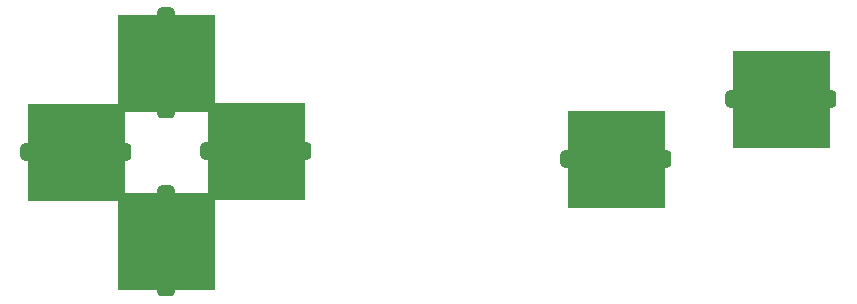
<source format=gtp>
G04 #@! TF.GenerationSoftware,KiCad,Pcbnew,(6.0.2)*
G04 #@! TF.CreationDate,2022-06-07T21:46:18+01:00*
G04 #@! TF.ProjectId,Pico_Handheld,5069636f-5f48-4616-9e64-68656c642e6b,rev?*
G04 #@! TF.SameCoordinates,Original*
G04 #@! TF.FileFunction,Paste,Top*
G04 #@! TF.FilePolarity,Positive*
%FSLAX46Y46*%
G04 Gerber Fmt 4.6, Leading zero omitted, Abs format (unit mm)*
G04 Created by KiCad (PCBNEW (6.0.2)) date 2022-06-07 21:46:18*
%MOMM*%
%LPD*%
G01*
G04 APERTURE LIST*
G04 Aperture macros list*
%AMRoundRect*
0 Rectangle with rounded corners*
0 $1 Rounding radius*
0 $2 $3 $4 $5 $6 $7 $8 $9 X,Y pos of 4 corners*
0 Add a 4 corners polygon primitive as box body*
4,1,4,$2,$3,$4,$5,$6,$7,$8,$9,$2,$3,0*
0 Add four circle primitives for the rounded corners*
1,1,$1+$1,$2,$3*
1,1,$1+$1,$4,$5*
1,1,$1+$1,$6,$7*
1,1,$1+$1,$8,$9*
0 Add four rect primitives between the rounded corners*
20,1,$1+$1,$2,$3,$4,$5,0*
20,1,$1+$1,$4,$5,$6,$7,0*
20,1,$1+$1,$6,$7,$8,$9,0*
20,1,$1+$1,$8,$9,$2,$3,0*%
G04 Aperture macros list end*
%ADD10C,0.120000*%
%ADD11RoundRect,0.381000X-0.381000X0.762000X-0.381000X-0.762000X0.381000X-0.762000X0.381000X0.762000X0*%
%ADD12RoundRect,0.381000X-0.762000X-0.381000X0.762000X-0.381000X0.762000X0.381000X-0.762000X0.381000X0*%
%ADD13RoundRect,0.381000X0.381000X-0.762000X0.381000X0.762000X-0.381000X0.762000X-0.381000X-0.762000X0*%
%ADD14RoundRect,0.381000X0.762000X0.381000X-0.762000X0.381000X-0.762000X-0.381000X0.762000X-0.381000X0*%
G04 APERTURE END LIST*
D10*
X134906000Y-124841000D02*
X126778000Y-124841000D01*
X126778000Y-124841000D02*
X126778000Y-132969000D01*
X126778000Y-132969000D02*
X134906000Y-132969000D01*
X134906000Y-132969000D02*
X134906000Y-124841000D01*
G36*
X134906000Y-124841000D02*
G01*
X126778000Y-124841000D01*
X126778000Y-132969000D01*
X134906000Y-132969000D01*
X134906000Y-124841000D01*
G37*
X164846000Y-117881000D02*
X172974000Y-117881000D01*
X172974000Y-117881000D02*
X172974000Y-126009000D01*
X172974000Y-126009000D02*
X164846000Y-126009000D01*
X164846000Y-126009000D02*
X164846000Y-117881000D01*
G36*
X164846000Y-117881000D02*
G01*
X172974000Y-117881000D01*
X172974000Y-126009000D01*
X164846000Y-126009000D01*
X164846000Y-117881000D01*
G37*
X134366000Y-117208000D02*
X142494000Y-117208000D01*
X142494000Y-117208000D02*
X142494000Y-125336000D01*
X142494000Y-125336000D02*
X134366000Y-125336000D01*
X134366000Y-125336000D02*
X134366000Y-117208000D01*
G36*
X134366000Y-117208000D02*
G01*
X142494000Y-117208000D01*
X142494000Y-125336000D01*
X134366000Y-125336000D01*
X134366000Y-117208000D01*
G37*
X178816000Y-112830000D02*
X186944000Y-112830000D01*
X186944000Y-112830000D02*
X186944000Y-120958000D01*
X186944000Y-120958000D02*
X178816000Y-120958000D01*
X178816000Y-120958000D02*
X178816000Y-112830000D01*
G36*
X178816000Y-112830000D02*
G01*
X186944000Y-112830000D01*
X186944000Y-120958000D01*
X178816000Y-120958000D01*
X178816000Y-112830000D01*
G37*
X126746000Y-117856000D02*
X134874000Y-117856000D01*
X134874000Y-117856000D02*
X134874000Y-109728000D01*
X134874000Y-109728000D02*
X126746000Y-109728000D01*
X126746000Y-109728000D02*
X126746000Y-117856000D01*
G36*
X126746000Y-117856000D02*
G01*
X134874000Y-117856000D01*
X134874000Y-109728000D01*
X126746000Y-109728000D01*
X126746000Y-117856000D01*
G37*
X127254000Y-125381000D02*
X119126000Y-125381000D01*
X119126000Y-125381000D02*
X119126000Y-117253000D01*
X119126000Y-117253000D02*
X127254000Y-117253000D01*
X127254000Y-117253000D02*
X127254000Y-125381000D01*
G36*
X127254000Y-125381000D02*
G01*
X119126000Y-125381000D01*
X119126000Y-117253000D01*
X127254000Y-117253000D01*
X127254000Y-125381000D01*
G37*
D11*
X130842000Y-125349000D03*
X130842000Y-132461000D03*
D12*
X165354000Y-121945000D03*
X172466000Y-121945000D03*
X134874000Y-121272000D03*
X141986000Y-121272000D03*
X179324000Y-116894000D03*
X186436000Y-116894000D03*
D13*
X130810000Y-117348000D03*
X130810000Y-110236000D03*
D14*
X126746000Y-121317000D03*
X119634000Y-121317000D03*
M02*

</source>
